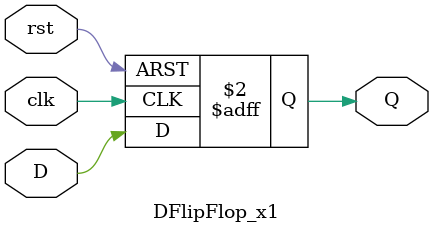
<source format=v>


module DFlipFlop_x1(
	input wire D,
	input wire clk,
	input wire rst,
	output reg Q
);

always @(posedge clk or posedge rst)
begin
	if(rst)
		Q = 0;
	else
		Q = D;
end

endmodule

</source>
